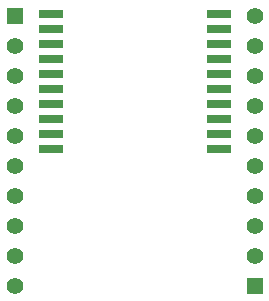
<source format=gts>
G04 ( created by brdgerber.py ( brdgerber.py v0.1 2014-03-12 ) ) date 2021-02-10 09:33:26 EST*
G04 Gerber Fmt 3.4, Leading zero omitted, Abs format*
%MOIN*%
%FSLAX34Y34*%
G01*
G70*
G90*
G04 APERTURE LIST*
%ADD12C,0.0550*%
%ADD11R,0.0550X0.0550*%
%ADD10R,0.0800X0.0260*%
G04 APERTURE END LIST*
G54D12*
D10*
X-04800Y05050D03*
D10*
X-04800Y04550D03*
D10*
X-04800Y04050D03*
D10*
X-04800Y03550D03*
D10*
X-04800Y03050D03*
D10*
X-04800Y02550D03*
D10*
X-04800Y02050D03*
D10*
X-04800Y01550D03*
D10*
X00800Y01550D03*
D10*
X00800Y02050D03*
D10*
X00800Y02550D03*
D10*
X00800Y03050D03*
D10*
X00800Y03550D03*
D10*
X00800Y04050D03*
D10*
X00800Y04550D03*
D10*
X00800Y05050D03*
D10*
X-04800Y01050D03*
D10*
X-04800Y00550D03*
D10*
X00800Y01050D03*
D10*
X00800Y00550D03*
D11*
X02000Y-04000D03*
D12*
X02000Y-03000D03*
D12*
X02000Y-02000D03*
D12*
X02000Y-01000D03*
D12*
X02000Y00000D03*
D12*
X02000Y01000D03*
D12*
X02000Y02000D03*
D12*
X02000Y03000D03*
D12*
X02000Y04000D03*
D12*
X02000Y05000D03*
D11*
X-06000Y05000D03*
D12*
X-06000Y04000D03*
D12*
X-06000Y03000D03*
D12*
X-06000Y02000D03*
D12*
X-06000Y01000D03*
D12*
X-06000Y00000D03*
D12*
X-06000Y-01000D03*
D12*
X-06000Y-02000D03*
D12*
X-06000Y-03000D03*
D12*
X-06000Y-04000D03*
M02*

</source>
